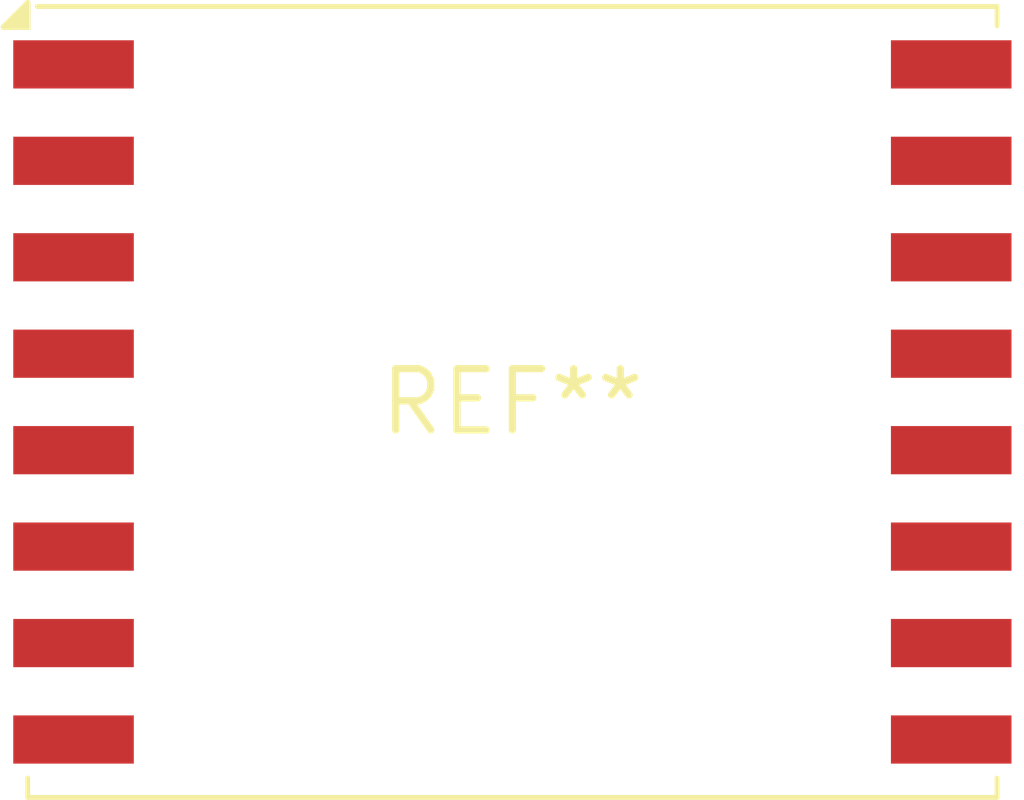
<source format=kicad_pcb>
(kicad_pcb (version 20240108) (generator pcbnew)
  (layers (0 "F.Cu" signal) (31 "B.Cu" signal) (34 "B.Paste" user) (35 "F.Paste" user) (36 "B.SilkS" user "B.Silkscreen") (37 "F.SilkS" user "F.Silkscreen") (38 "B.Mask" user) (39 "F.Mask" user) (44 "Edge.Cuts" user))
  (net 0 "")
  (footprint "HOPERF_RFM69HW" (layer "F.Cu") (at 0 0)
    (property "Reference" "REF**")
    (property "Value" "HOPERF_RFM69HW")
    (fp_line (start -10.05 7.8) (end -10.05 8.2) (layer "F.SilkS") (stroke (width 0.1)))
    (fp_line (start -10.05 8.2) (end 10.05 8.2) (layer "F.SilkS") (stroke (width 0.1)))
    (fp_line (start -9.85 -8.2) (end 10.05 -8.2) (layer "F.SilkS") (stroke (width 0.1)))
    (fp_line (start 10.05 -8.2) (end 10.05 -7.8) (layer "F.SilkS") (stroke (width 0.1)))
    (fp_line (start 10.05 7.8) (end 10.05 8.2) (layer "F.SilkS") (stroke (width 0.1)))
    (fp_poly (pts (xy -10.05 -7.775) (xy -10.55 -7.775) (xy -10.05 -8.275) (xy -10.05 -7.775)) (layer "F.SilkS") (stroke (width 0.12)) (fill solid))
    (pad "1" smd rect (at -9.1 -7) (size 2.5 1) (layers "F.Cu" "F.Paste" "F.Mask"))
    (pad "2" smd rect (at -9.1 -5) (size 2.5 1) (layers "F.Cu" "F.Paste" "F.Mask"))
    (pad "3" smd rect (at -9.1 -3) (size 2.5 1) (layers "F.Cu" "F.Paste" "F.Mask"))
    (pad "4" smd rect (at -9.1 -1) (size 2.5 1) (layers "F.Cu" "F.Paste" "F.Mask"))
    (pad "5" smd rect (at -9.1 1) (size 2.5 1) (layers "F.Cu" "F.Paste" "F.Mask"))
    (pad "6" smd rect (at -9.1 3) (size 2.5 1) (layers "F.Cu" "F.Paste" "F.Mask"))
    (pad "7" smd rect (at -9.1 5) (size 2.5 1) (layers "F.Cu" "F.Paste" "F.Mask"))
    (pad "8" smd rect (at -9.1 7) (size 2.5 1) (layers "F.Cu" "F.Paste" "F.Mask"))
    (pad "9" smd rect (at 9.1 7) (size 2.5 1) (layers "F.Cu" "F.Paste" "F.Mask"))
    (pad "10" smd rect (at 9.1 5) (size 2.5 1) (layers "F.Cu" "F.Paste" "F.Mask"))
    (pad "11" smd rect (at 9.1 3) (size 2.5 1) (layers "F.Cu" "F.Paste" "F.Mask"))
    (pad "12" smd rect (at 9.1 1) (size 2.5 1) (layers "F.Cu" "F.Paste" "F.Mask"))
    (pad "13" smd rect (at 9.1 -1) (size 2.5 1) (layers "F.Cu" "F.Paste" "F.Mask"))
    (pad "14" smd rect (at 9.1 -3) (size 2.5 1) (layers "F.Cu" "F.Paste" "F.Mask"))
    (pad "15" smd rect (at 9.1 -5) (size 2.5 1) (layers "F.Cu" "F.Paste" "F.Mask"))
    (pad "16" smd rect (at 9.1 -7) (size 2.5 1) (layers "F.Cu" "F.Paste" "F.Mask"))
  )
)
</source>
